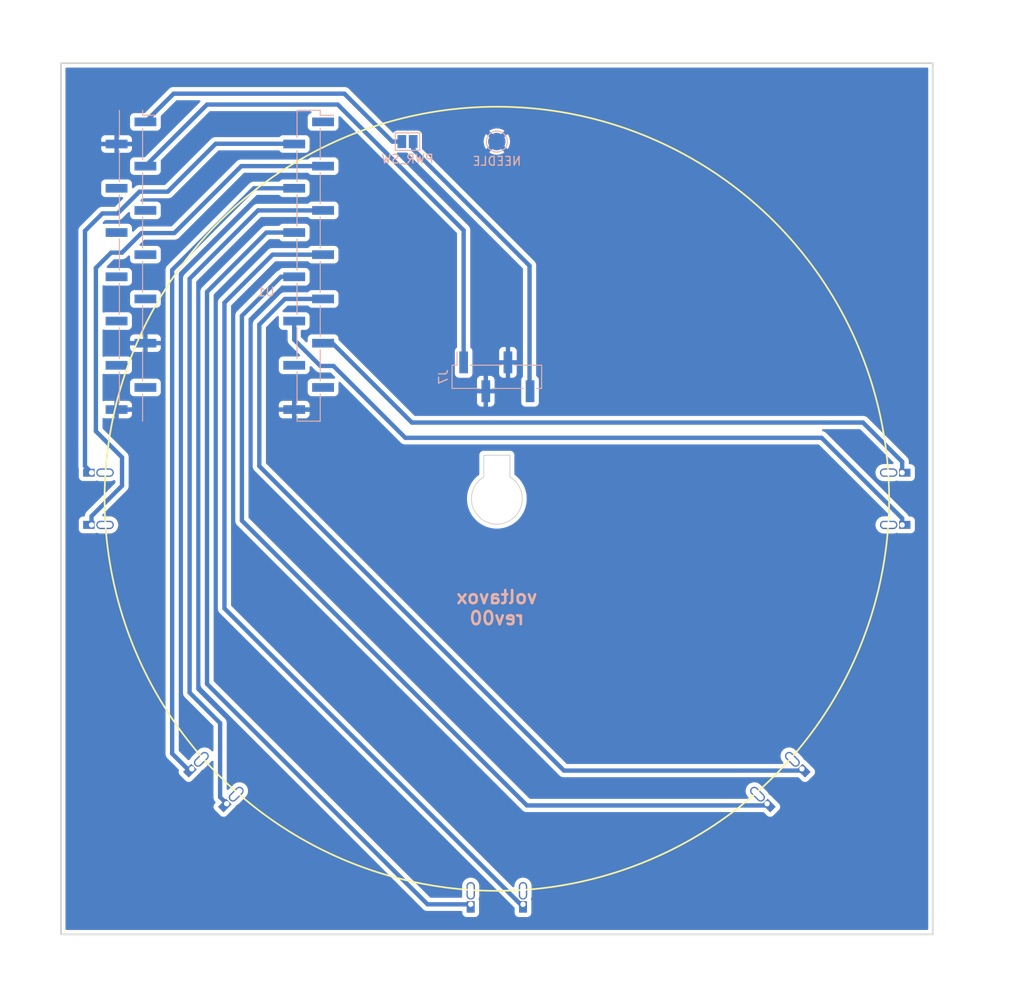
<source format=kicad_pcb>
(kicad_pcb (version 20211014) (generator pcbnew)
  (layers (0 "F.Cu" signal) (31 "B.Cu" signal) (34 "B.Paste" user) (35 "F.Paste" user) (36 "B.SilkS" user "B.Silkscreen") (37 "F.SilkS" user "F.Silkscreen") (38 "B.Mask" user) (39 "F.Mask" user) (44 "Edge.Cuts" user))
  (net 0 "")
  (net 1 "GND")
  (net 2 "/FX_0")
  (net 3 "+5V")
  (net 4 "+BATT")
  (net 6 "/FX_1")
  (net 7 "/FX_2")
  (net 8 "/FX_3")
  (net 9 "/FX_4")
  (net 10 "/FX_5")
  (net 11 "/FX_6")
  (net 12 "/FX_7")
  (net 13 "/FX_8")
  (net 14 "/FX_9")
  (net 15 "/FX_10")
  (net 26 "Net-(SW1-Pad1)")
  (footprint "FlexyPin:FlexyPin_1x01_P2.54mm" (layer "F.Cu") (at 16.5 66)
    (fp_text reference "J3" hide)
    (fp_text value "FX_1")
    (pad "" thru_hole oval locked (at 1.55 0) (size 2 0.95) (drill oval 1.7 0.65) (layers *.Cu *.Mask))
    (pad "1" thru_hole rect locked (at 0 0) (size 1.3 0.9) (drill 0.6 (offset -0.3 0)) (layers *.Cu *.Mask) (net 6 "/FX_1"))
  )
  (footprint "FlexyPin:FlexyPin_1x01_P2.54mm" (layer "F.Cu") (at 109.5 66 180)
    (fp_text reference "J11" hide)
    (fp_text value "FX_8")
    (pad "" thru_hole oval locked (at 1.55 0 180) (size 2 0.95) (drill oval 1.7 0.65) (layers *.Cu *.Mask))
    (pad "1" thru_hole rect locked (at 0 0 180) (size 1.3 0.9) (drill 0.6 (offset -0.3 0)) (layers *.Cu *.Mask) (net 13 "/FX_8"))
  )
  (footprint "FlexyPin:FlexyPin_1x01_P2.54mm" (layer "F.Cu") (at 28 94 45)
    (fp_text reference "J4" hide)
    (fp_text value "FX_2")
    (pad "" thru_hole oval locked (at 1.55 0 45) (size 2 0.95) (drill oval 1.7 0.65) (layers *.Cu *.Mask))
    (pad "1" thru_hole rect locked (at 0 0 45) (size 1.3 0.9) (drill 0.6 (offset -0.3 0)) (layers *.Cu *.Mask) (net 7 "/FX_2"))
  )
  (footprint "FlexyPin:FlexyPin_1x01_P2.54mm" (layer "F.Cu") (at 32 98 45)
    (fp_text reference "J5" hide)
    (fp_text value "FX_3")
    (pad "" thru_hole oval locked (at 1.55 0 45) (size 2 0.95) (drill oval 1.7 0.65) (layers *.Cu *.Mask))
    (pad "1" thru_hole rect locked (at 0 0 45) (size 1.3 0.9) (drill 0.6 (offset -0.3 0)) (layers *.Cu *.Mask) (net 8 "/FX_3"))
  )
  (footprint "FlexyPin:FlexyPin_1x01_P2.54mm" (layer "F.Cu") (at 66 109.55 90)
    (fp_text reference "J8" hide)
    (fp_text value "FX_5")
    (pad "" thru_hole oval locked (at 1.55 0 90) (size 2 0.95) (drill oval 1.7 0.65) (layers *.Cu *.Mask))
    (pad "1" thru_hole rect locked (at 0 0 90) (size 1.3 0.9) (drill 0.6 (offset -0.3 0)) (layers *.Cu *.Mask) (net 10 "/FX_5"))
  )
  (footprint "FlexyPin:FlexyPin_1x01_P2.54mm" (layer "F.Cu") (at 109.5 60 180)
    (fp_text reference "J12" hide)
    (fp_text value "FX_9")
    (pad "" thru_hole oval locked (at 1.55 0 180) (size 2 0.95) (drill oval 1.7 0.65) (layers *.Cu *.Mask))
    (pad "1" thru_hole rect locked (at 0 0 180) (size 1.3 0.9) (drill 0.6 (offset -0.3 0)) (layers *.Cu *.Mask) (net 14 "/FX_9"))
  )
  (footprint "FlexyPin:FlexyPin_1x01_P2.54mm" (layer "F.Cu") (at 98 94 135)
    (fp_text reference "J10" hide)
    (fp_text value "FX_7")
    (pad "" thru_hole oval locked (at 1.55 0 135) (size 2 0.95) (drill oval 1.7 0.65) (layers *.Cu *.Mask))
    (pad "1" thru_hole rect locked (at 0 0 135) (size 1.3 0.9) (drill 0.6 (offset -0.3 0)) (layers *.Cu *.Mask) (net 12 "/FX_7"))
  )
  (footprint "FlexyPin:FlexyPin_1x01_P2.54mm" (layer "F.Cu") (at 94 98 135)
    (fp_text reference "J9" hide)
    (fp_text value "FX_6")
    (pad "" thru_hole oval locked (at 1.55 0 135) (size 2 0.95) (drill oval 1.7 0.65) (layers *.Cu *.Mask))
    (pad "1" thru_hole rect locked (at 0 0 135) (size 1.3 0.9) (drill 0.6 (offset -0.3 0)) (layers *.Cu *.Mask) (net 11 "/FX_6"))
  )
  (footprint "FlexyPin:FlexyPin_1x01_P2.54mm" (layer "F.Cu") (at 16.5 60)
    (fp_text reference "J2" hide)
    (fp_text value "FX_0")
    (pad "" thru_hole oval locked (at 1.55 0) (size 2 0.95) (drill oval 1.7 0.65) (layers *.Cu *.Mask))
    (pad "1" thru_hole rect locked (at 0 0) (size 1.3 0.9) (drill 0.6 (offset -0.3 0)) (layers *.Cu *.Mask) (net 2 "/FX_0"))
  )
  (footprint "FlexyPin:FlexyPin_1x01_P2.54mm" (layer "F.Cu") (at 60 109.55 90)
    (fp_text reference "J6" hide)
    (fp_text value "FX_4")
    (pad "" thru_hole oval locked (at 1.55 0 90) (size 2 0.95) (drill oval 1.7 0.65) (layers *.Cu *.Mask))
    (pad "1" thru_hole rect locked (at 0 0 90) (size 1.3 0.9) (drill 0.6 (offset -0.3 0)) (layers *.Cu *.Mask) (net 9 "/FX_4"))
  )
  (footprint "Jumper:SolderJumper-2_P1.3mm_Open_Pad1.0x1.5mm" (layer "B.Cu") (at 52.75 22)
    (fp_text reference "SW1" hide)
    (fp_text value "SW_SPST")
    (fp_line (start -1.4 1) (end 1.4 1) (layer "B.SilkS") (width 0.12))
    (fp_line (start 1.4 1) (end 1.4 -1) (layer "B.SilkS") (width 0.12))
    (fp_line (start 1.4 -1) (end -1.4 -1) (layer "B.SilkS") (width 0.12))
    (fp_line (start -1.4 -1) (end -1.4 1) (layer "B.SilkS") (width 0.12))
    (pad "1" smd rect (at -0.65 0) (size 1 1.5) (layers "B.Cu" "B.Mask") (net 26 "Net-(SW1-Pad1)"))
    (pad "2" smd rect (at 0.65 0) (size 1 1.5) (layers "B.Cu" "B.Mask") (net 4 "+BATT"))
  )
  (footprint "voltavox:Adafruit_Audio_FX_Board" (layer "B.Cu") (at 41.4075 39.31 180)
    (fp_text reference "U1" (at 4.9075 0.06) (layer "B.SilkS") (effects (justify mirror)))
    (fp_text value "Adafruit_Audio_FX_Sound_Board_Amp")
    (fp_line (start 1.33 -9.13) (end 1.33 -12.69) (layer "B.SilkS") (width 0.12))
    (fp_line (start -1.33 18.81) (end -1.33 15.25) (layer "B.SilkS") (width 0.12))
    (fp_line (start 1.33 16.27) (end 1.33 12.71) (layer "B.SilkS") (width 0.12))
    (fp_line (start 19.05 13.73) (end 19.05 10.17) (layer "B.SilkS") (width 0.12))
    (fp_line (start -1.33 20.9) (end 1.33 20.9) (layer "B.SilkS") (width 0.12))
    (fp_line (start -1.33 -14.78) (end 1.33 -14.78) (layer "B.SilkS") (width 0.12))
    (fp_line (start 21.71 6.11) (end 21.71 2.55) (layer "B.SilkS") (width 0.12))
    (fp_line (start 21.71 1.03) (end 21.71 -2.53) (layer "B.SilkS") (width 0.12))
    (fp_line (start 19.05 18.81) (end 19.05 15.25) (layer "B.SilkS") (width 0.12))
    (fp_line (start 19.05 -1.51) (end 19.05 -5.07) (layer "B.SilkS") (width 0.12))
    (fp_line (start -1.33 20.33) (end -2.85 20.33) (layer "B.SilkS") (width 0.12))
    (fp_line (start -1.33 20.9) (end -1.33 20.33) (layer "B.SilkS") (width 0.12))
    (fp_line (start 21.71 20.9) (end 21.71 17.79) (layer "B.SilkS") (width 0.12))
    (fp_line (start 19.05 8.65) (end 19.05 5.09) (layer "B.SilkS") (width 0.12))
    (fp_line (start 1.33 -4.05) (end 1.33 -7.61) (layer "B.SilkS") (width 0.12))
    (fp_line (start 1.33 1.03) (end 1.33 -2.53) (layer "B.SilkS") (width 0.12))
    (fp_line (start 19.05 -11.67) (end 19.05 -14.78) (layer "B.SilkS") (width 0.12))
    (fp_line (start -1.33 -11.67) (end -1.33 -14.78) (layer "B.SilkS") (width 0.12))
    (fp_line (start 21.71 16.27) (end 21.71 12.71) (layer "B.SilkS") (width 0.12))
    (fp_line (start 1.33 6.11) (end 1.33 2.55) (layer "B.SilkS") (width 0.12))
    (fp_line (start -1.33 3.57) (end -1.33 0.01) (layer "B.SilkS") (width 0.12))
    (fp_line (start 1.33 20.9) (end 1.33 17.79) (layer "B.SilkS") (width 0.12))
    (fp_line (start -1.33 -6.59) (end -1.33 -10.15) (layer "B.SilkS") (width 0.12))
    (fp_line (start -1.33 13.73) (end -1.33 10.17) (layer "B.SilkS") (width 0.12))
    (fp_line (start -1.33 -1.51) (end -1.33 -5.07) (layer "B.SilkS") (width 0.12))
    (fp_line (start 19.05 3.57) (end 19.05 0.01) (layer "B.SilkS") (width 0.12))
    (fp_line (start 19.05 -6.59) (end 19.05 -10.15) (layer "B.SilkS") (width 0.12))
    (fp_line (start -1.33 8.65) (end -1.33 5.09) (layer "B.SilkS") (width 0.12))
    (fp_line (start 19.05 20.33) (end 17.53 20.33) (layer "B.SilkS") (width 0.12))
    (fp_line (start 1.33 11.19) (end 1.33 7.63) (layer "B.SilkS") (width 0.12))
    (fp_line (start 19.05 20.9) (end 19.05 20.33) (layer "B.SilkS") (width 0.12))
    (fp_line (start 21.71 11.19) (end 21.71 7.63) (layer "B.SilkS") (width 0.12))
    (fp_line (start 21.71 -4.05) (end 21.71 -7.61) (layer "B.SilkS") (width 0.12))
    (fp_line (start 1.33 -14.21) (end 1.33 -14.78) (layer "B.SilkS") (width 0.12))
    (fp_line (start 21.71 -9.13) (end 21.71 -12.69) (layer "B.SilkS") (width 0.12))
    (pad "1" smd rect (at -1.655 19.57 180) (size 2.51 1) (layers "B.Cu" "B.Paste" "B.Mask"))
    (pad "2" smd rect (at 1.655 17.03 180) (size 2.51 1) (layers "B.Cu" "B.Paste" "B.Mask") (net 2 "/FX_0"))
    (pad "3" smd rect (at -1.655 14.49 180) (size 2.51 1) (layers "B.Cu" "B.Paste" "B.Mask") (net 6 "/FX_1"))
    (pad "4" smd rect (at 1.655 11.95 180) (size 2.51 1) (layers "B.Cu" "B.Paste" "B.Mask") (net 7 "/FX_2"))
    (pad "5" smd rect (at -1.655 9.41 180) (size 2.51 1) (layers "B.Cu" "B.Paste" "B.Mask") (net 8 "/FX_3"))
    (pad "6" smd rect (at 1.655 6.87 180) (size 2.51 1) (layers "B.Cu" "B.Paste" "B.Mask") (net 9 "/FX_4"))
    (pad "7" smd rect (at -1.655 4.33 180) (size 2.51 1) (layers "B.Cu" "B.Paste" "B.Mask") (net 10 "/FX_5"))
    (pad "8" smd rect (at 1.655 1.79 180) (size 2.51 1) (layers "B.Cu" "B.Paste" "B.Mask") (net 11 "/FX_6"))
    (pad "9" smd rect (at -1.655 -0.75 180) (size 2.51 1) (layers "B.Cu" "B.Paste" "B.Mask") (net 12 "/FX_7"))
    (pad "10" smd rect (at 1.655 -3.29 180) (size 2.51 1) (layers "B.Cu" "B.Paste" "B.Mask") (net 13 "/FX_8"))
    (pad "11" smd rect (at -1.655 -5.83 180) (size 2.51 1) (layers "B.Cu" "B.Paste" "B.Mask") (net 14 "/FX_9"))
    (pad "12" smd rect (at 1.655 -8.37 180) (size 2.51 1) (layers "B.Cu" "B.Paste" "B.Mask") (net 15 "/FX_10"))
    (pad "13" smd rect (at -1.655 -10.91 180) (size 2.51 1) (layers "B.Cu" "B.Paste" "B.Mask"))
    (pad "14" smd rect (at 1.655 -13.45 180) (size 2.51 1) (layers "B.Cu" "B.Paste" "B.Mask") (net 1 "GND"))
    (pad "15" smd rect (at 22.035 -13.45 180) (size 2.51 1) (layers "B.Cu" "B.Paste" "B.Mask") (net 1 "GND"))
    (pad "16" smd rect (at 18.725 -10.91 180) (size 2.51 1) (layers "B.Cu" "B.Paste" "B.Mask"))
    (pad "17" smd rect (at 22.035 -8.37 180) (size 2.51 1) (layers "B.Cu" "B.Paste" "B.Mask"))
    (pad "18" smd rect (at 18.725 -5.83 180) (size 2.51 1) (layers "B.Cu" "B.Paste" "B.Mask") (net 1 "GND"))
    (pad "19" smd rect (at 22.035 -3.29 180) (size 2.51 1) (layers "B.Cu" "B.Paste" "B.Mask"))
    (pad "20" smd rect (at 18.725 -0.75 180) (size 2.51 1) (layers "B.Cu" "B.Paste" "B.Mask"))
    (pad "21" smd rect (at 22.035 1.79 180) (size 2.51 1) (layers "B.Cu" "B.Paste" "B.Mask"))
    (pad "22" smd rect (at 18.725 4.33 180) (size 2.51 1) (layers "B.Cu" "B.Paste" "B.Mask"))
    (pad "23" smd rect (at 22.035 6.87 180) (size 2.51 1) (layers "B.Cu" "B.Paste" "B.Mask"))
    (pad "24" smd rect (at 18.725 9.41 180) (size 2.51 1) (layers "B.Cu" "B.Paste" "B.Mask"))
    (pad "25" smd rect (at 22.035 11.95 180) (size 2.51 1) (layers "B.Cu" "B.Paste" "B.Mask"))
    (pad "26" smd rect (at 18.725 14.49 180) (size 2.51 1) (layers "B.Cu" "B.Paste" "B.Mask") (net 3 "+5V"))
    (pad "27" smd rect (at 22.035 17.03 180) (size 2.51 1) (layers "B.Cu" "B.Paste" "B.Mask") (net 1 "GND"))
    (pad "28" smd rect (at 18.725 19.57 180) (size 2.51 1) (layers "B.Cu" "B.Paste" "B.Mask") (net 26 "Net-(SW1-Pad1)"))
  )
  (footprint "Connector_PinHeader_2.54mm:PinHeader_1x04_P2.54mm_Vertical_SMD_Pin1Left" (layer "B.Cu") (at 63 49 -90)
    (fp_text reference "J7" (at 0 6.14 90) (layer "B.SilkS") (effects (justify mirror)))
    (fp_text value "LIPO_CHARGER")
    (fp_line (start 1.33 0.51) (end 1.33 -3.05) (layer "B.SilkS") (width 0.12))
    (fp_line (start 1.33 -4.57) (end 1.33 -5.14) (layer "B.SilkS") (width 0.12))
    (fp_line (start 1.33 5.14) (end 1.33 2.03) (layer "B.SilkS") (width 0.12))
    (fp_line (start -1.33 5.14) (end -1.33 4.57) (layer "B.SilkS") (width 0.12))
    (fp_line (start -1.33 5.14) (end 1.33 5.14) (layer "B.SilkS") (width 0.12))
    (fp_line (start -1.33 -5.14) (end 1.33 -5.14) (layer "B.SilkS") (width 0.12))
    (fp_line (start -1.33 4.57) (end -2.85 4.57) (layer "B.SilkS") (width 0.12))
    (fp_line (start -1.33 3.05) (end -1.33 -0.51) (layer "B.SilkS") (width 0.12))
    (fp_line (start -1.33 -2.03) (end -1.33 -5.14) (layer "B.SilkS") (width 0.12))
    (pad "1" smd rect (at -1.655 3.81 270) (size 2.51 1) (layers "B.Cu" "B.Paste" "B.Mask") (net 3 "+5V"))
    (pad "2" smd rect (at 1.655 1.27 270) (size 2.51 1) (layers "B.Cu" "B.Paste" "B.Mask") (net 1 "GND"))
    (pad "3" smd rect (at -1.655 -1.27 270) (size 2.51 1) (layers "B.Cu" "B.Paste" "B.Mask") (net 1 "GND"))
    (pad "4" smd rect (at 1.655 -3.81 270) (size 2.51 1) (layers "B.Cu" "B.Paste" "B.Mask") (net 4 "+BATT"))
  )
  (footprint "TestPoint:TestPoint_Pad_D2.0mm" (layer "B.Cu") (at 63 22)
    (fp_text reference "J1" hide)
    (fp_text value "NEEDLE")
    (fp_circle (center 0 0) (end 0 -1.2) (layer "B.SilkS") (width 0.12) (fill none))
    (pad "1" smd circle (at 0 0) (size 2 2) (layers "B.Cu" "B.Mask") (net 1 "GND"))
  )
  (gr_circle (center 63 63) (end 108 63) (layer "F.SilkS") (width 0.2) (fill none))
  (gr_line (start 61.5 58) (end 64.5 58) (layer "Edge.Cuts") (width 0.1))
  (gr_rect (start 13 13) (end 113 113) (layer "Edge.Cuts") (width 0.2) (fill none))
  (gr_line (start 64.5 58) (end 64.5 60.5) (layer "Edge.Cuts") (width 0.1))
  (gr_arc (start 64.5 60.500001) (mid 63 65.915475) (end 61.5 60.500001) (layer "Edge.Cuts") (width 0.1))
  (gr_line (start 61.5 60.5) (end 61.5 58) (layer "Edge.Cuts") (width 0.1))
  (gr_text "NEEDLE" (at 63 24.25) (layer "B.SilkS") (effects (font (size 1 1)) (justify mirror)))
  (gr_text "voltavox\nrev00" (at 63 75.5) (layer "B.SilkS") (effects (font (size 1.5 1.5) (thickness 0.3)) (justify mirror)))
  (gr_text "PWR_SW" (at 52.75 24) (layer "B.SilkS") (effects (font (size 1 1)) (justify mirror)))
  (segment (start 22 27.75) (end 25.25 27.75) (width 0.5) (layer "B.Cu") (net 2))
  (segment (start 39.7225 22.25) (end 39.7525 22.28) (width 0.5) (layer "B.Cu") (net 2))
  (segment (start 15.75 59.25) (end 15.75 32.25) (width 0.5) (layer "B.Cu") (net 2))
  (segment (start 16.5 60) (end 15.75 59.25) (width 0.5) (layer "B.Cu") (net 2))
  (segment (start 30.75 22.25) (end 39.7225 22.25) (width 0.5) (layer "B.Cu") (net 2))
  (segment (start 17.75 30.25) (end 19.5 30.25) (width 0.5) (layer "B.Cu") (net 2))
  (segment (start 25.25 27.75) (end 30.75 22.25) (width 0.5) (layer "B.Cu") (net 2))
  (segment (start 19.5 30.25) (end 22 27.75) (width 0.5) (layer "B.Cu") (net 2))
  (segment (start 15.75 32.25) (end 17.75 30.25) (width 0.5) (layer "B.Cu") (net 2))
  (segment (start 59.19 32.19) (end 59.19 47.345) (width 0.5) (layer "B.Cu") (net 3))
  (segment (start 22.6825 24.82) (end 29.7525 17.75) (width 0.5) (layer "B.Cu") (net 3))
  (segment (start 29.7525 17.75) (end 44.75 17.75) (width 0.5) (layer "B.Cu") (net 3))
  (segment (start 44.75 17.75) (end 59.19 32.19) (width 0.5) (layer "B.Cu") (net 3))
  (segment (start 66.81 50.655) (end 66.75 50.595) (width 0.5) (layer "B.Cu") (net 4))
  (segment (start 66.75 36.25) (end 53.4 22.9) (width 0.5) (layer "B.Cu") (net 4))
  (segment (start 53.4 22.9) (end 53.4 22) (width 0.5) (layer "B.Cu") (net 4))
  (segment (start 66.75 50.595) (end 66.75 36.25) (width 0.5) (layer "B.Cu") (net 4))
  (segment (start 19.983261 34.75) (end 22.233261 32.5) (width 0.5) (layer "B.Cu") (net 6))
  (segment (start 17 55.25) (end 17 36.497119) (width 0.5) (layer "B.Cu") (net 6))
  (segment (start 17 36.497119) (end 18.747119 34.75) (width 0.5) (layer "B.Cu") (net 6))
  (segment (start 33.68 24.82) (end 43.0625 24.82) (width 0.5) (layer "B.Cu") (net 6))
  (segment (start 22.233261 32.5) (end 26 32.5) (width 0.5) (layer "B.Cu") (net 6))
  (segment (start 26 32.5) (end 33.68 24.82) (width 0.5) (layer "B.Cu") (net 6))
  (segment (start 20 58.25) (end 17 55.25) (width 0.5) (layer "B.Cu") (net 6))
  (segment (start 16.5 66) (end 16.5 65) (width 0.5) (layer "B.Cu") (net 6))
  (segment (start 20 61.5) (end 20 58.25) (width 0.5) (layer "B.Cu") (net 6))
  (segment (start 16.5 65) (end 20 61.5) (width 0.5) (layer "B.Cu") (net 6))
  (segment (start 18.747119 34.75) (end 19.983261 34.75) (width 0.5) (layer "B.Cu") (net 6))
  (segment (start 35.14 27.36) (end 39.7525 27.36) (width 0.5) (layer "B.Cu") (net 7))
  (segment (start 25.75 36.75) (end 35.14 27.36) (width 0.5) (layer "B.Cu") (net 7))
  (segment (start 27.5 94) (end 25.75 92.25) (width 0.5) (layer "B.Cu") (net 7))
  (segment (start 28 94) (end 27.5 94) (width 0.5) (layer "B.Cu") (net 7))
  (segment (start 25.75 92.25) (end 25.75 36.75) (width 0.5) (layer "B.Cu") (net 7))
  (segment (start 27.75 37.75) (end 27.75 85.25) (width 0.5) (layer "B.Cu") (net 8))
  (segment (start 31.25 97.25) (end 32 98) (width 0.5) (layer "B.Cu") (net 8))
  (segment (start 31.25 88.75) (end 31.25 97.25) (width 0.5) (layer "B.Cu") (net 8))
  (segment (start 27.75 85.25) (end 31.25 88.75) (width 0.5) (layer "B.Cu") (net 8))
  (segment (start 35.6 29.9) (end 27.75 37.75) (width 0.5) (layer "B.Cu") (net 8))
  (segment (start 43.0625 29.9) (end 35.6 29.9) (width 0.5) (layer "B.Cu") (net 8))
  (segment (start 36.56 32.44) (end 29.75 39.25) (width 0.5) (layer "B.Cu") (net 9))
  (segment (start 29.75 84.25) (end 55.05 109.55) (width 0.5) (layer "B.Cu") (net 9))
  (segment (start 29.75 39.25) (end 29.75 84.25) (width 0.5) (layer "B.Cu") (net 9))
  (segment (start 55.05 109.55) (end 60 109.55) (width 0.5) (layer "B.Cu") (net 9))
  (segment (start 39.7525 32.44) (end 36.56 32.44) (width 0.5) (layer "B.Cu") (net 9))
  (segment (start 37.27 34.98) (end 43.0625 34.98) (width 0.5) (layer "B.Cu") (net 10))
  (segment (start 65.717532 109.55) (end 31.75 75.582468) (width 0.5) (layer "B.Cu") (net 10))
  (segment (start 66 109.55) (end 65.717532 109.55) (width 0.5) (layer "B.Cu") (net 10))
  (segment (start 31.75 75.582468) (end 31.75 40.5) (width 0.5) (layer "B.Cu") (net 10))
  (segment (start 31.75 40.5) (end 37.27 34.98) (width 0.5) (layer "B.Cu") (net 10))
  (segment (start 33.75 42) (end 33.75 65.5) (width 0.5) (layer "B.Cu") (net 11))
  (segment (start 38.23 37.52) (end 33.75 42) (width 0.5) (layer "B.Cu") (net 11))
  (segment (start 66.449734 98.199734) (end 93.800266 98.199734) (width 0.5) (layer "B.Cu") (net 11))
  (segment (start 93.800266 98.199734) (end 94 98) (width 0.5) (layer "B.Cu") (net 11))
  (segment (start 39.7525 37.52) (end 38.23 37.52) (width 0.5) (layer "B.Cu") (net 11))
  (segment (start 33.75 65.5) (end 66.449734 98.199734) (width 0.5) (layer "B.Cu") (net 11))
  (segment (start 38.69 40.06) (end 43.0625 40.06) (width 0.5) (layer "B.Cu") (net 12))
  (segment (start 98 94) (end 97.800266 94.199734) (width 0.5) (layer "B.Cu") (net 12))
  (segment (start 35.75 43) (end 38.69 40.06) (width 0.5) (layer "B.Cu") (net 12))
  (segment (start 70.699734 94.199734) (end 35.75 59.25) (width 0.5) (layer "B.Cu") (net 12))
  (segment (start 97.800266 94.199734) (end 70.699734 94.199734) (width 0.5) (layer "B.Cu") (net 12))
  (segment (start 35.75 59.25) (end 35.75 43) (width 0.5) (layer "B.Cu") (net 12))
  (segment (start 42.75 47.75) (end 44.25 47.75) (width 0.5) (layer "B.Cu") (net 13))
  (segment (start 109.5 65.25) (end 109.5 66) (width 0.5) (layer "B.Cu") (net 13))
  (segment (start 39.7525 44.7525) (end 42.75 47.75) (width 0.5) (layer "B.Cu") (net 13))
  (segment (start 52.5 56) (end 100.25 56) (width 0.5) (layer "B.Cu") (net 13))
  (segment (start 39.7525 42.6) (end 39.7525 44.7525) (width 0.5) (layer "B.Cu") (net 13))
  (segment (start 100.25 56) (end 109.5 65.25) (width 0.5) (layer "B.Cu") (net 13))
  (segment (start 44.25 47.75) (end 52.5 56) (width 0.5) (layer "B.Cu") (net 13))
  (segment (start 109.5 58.75) (end 109.5 60) (width 0.5) (layer "B.Cu") (net 14))
  (segment (start 105 54.25) (end 109.5 58.75) (width 0.5) (layer "B.Cu") (net 14))
  (segment (start 43.0625 45.14) (end 44.14 45.14) (width 0.5) (layer "B.Cu") (net 14))
  (segment (start 44.14 45.14) (end 53.25 54.25) (width 0.5) (layer "B.Cu") (net 14))
  (segment (start 53.25 54.25) (end 105 54.25) (width 0.5) (layer "B.Cu") (net 14))
  (segment (start 51 22) (end 45.5 16.5) (width 0.5) (layer "B.Cu") (net 26))
  (segment (start 45.5 16.5) (end 25.9225 16.5) (width 0.5) (layer "B.Cu") (net 26))
  (segment (start 52.1 22) (end 51 22) (width 0.5) (layer "B.Cu") (net 26))
  (segment (start 25.9225 16.5) (end 22.6825 19.74) (width 0.5) (layer "B.Cu") (net 26))
  (zone (net 1) (net_name "GND") (layers F&B.Cu) (connect_pads (clearance 0.508)) (min_thickness 0.254) (fill yes (thermal_gap 0.508) (thermal_bridge_width 0.508))
    (polygon (pts (xy 123.5 6.75) (xy 123.25 118.5) (xy 6 118.5) (xy 7.25 5.75)))
  )
)
</source>
